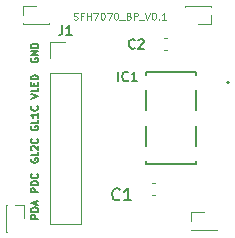
<source format=gbr>
G04 #@! TF.GenerationSoftware,KiCad,Pcbnew,8.0.01-1-dev-1e03266dfe*
G04 #@! TF.CreationDate,2024-03-02T01:41:00-08:00*
G04 #@! TF.ProjectId,sfh7070_breakoutboard,73666837-3037-4305-9f62-7265616b6f75,rev?*
G04 #@! TF.SameCoordinates,Original*
G04 #@! TF.FileFunction,Legend,Top*
G04 #@! TF.FilePolarity,Positive*
%FSLAX46Y46*%
G04 Gerber Fmt 4.6, Leading zero omitted, Abs format (unit mm)*
G04 Created by KiCad (PCBNEW 8.0.01-1-dev-1e03266dfe) date 2024-03-02 01:41:00*
%MOMM*%
%LPD*%
G01*
G04 APERTURE LIST*
%ADD10C,0.150000*%
%ADD11C,0.100000*%
%ADD12C,0.120000*%
%ADD13C,0.152400*%
G04 APERTURE END LIST*
D10*
X23318771Y-26594173D02*
X23918771Y-26394173D01*
X23918771Y-26394173D02*
X23318771Y-26194173D01*
X23918771Y-25708458D02*
X23918771Y-25994172D01*
X23918771Y-25994172D02*
X23318771Y-25994172D01*
X23604485Y-25508458D02*
X23604485Y-25308458D01*
X23918771Y-25222744D02*
X23918771Y-25508458D01*
X23918771Y-25508458D02*
X23318771Y-25508458D01*
X23318771Y-25508458D02*
X23318771Y-25222744D01*
X23918771Y-24965601D02*
X23318771Y-24965601D01*
X23318771Y-24965601D02*
X23318771Y-24822744D01*
X23318771Y-24822744D02*
X23347342Y-24737030D01*
X23347342Y-24737030D02*
X23404485Y-24679887D01*
X23404485Y-24679887D02*
X23461628Y-24651316D01*
X23461628Y-24651316D02*
X23575914Y-24622744D01*
X23575914Y-24622744D02*
X23661628Y-24622744D01*
X23661628Y-24622744D02*
X23775914Y-24651316D01*
X23775914Y-24651316D02*
X23833057Y-24679887D01*
X23833057Y-24679887D02*
X23890200Y-24737030D01*
X23890200Y-24737030D02*
X23918771Y-24822744D01*
X23918771Y-24822744D02*
X23918771Y-24965601D01*
X23918771Y-36758458D02*
X23318771Y-36758458D01*
X23318771Y-36758458D02*
X23318771Y-36529887D01*
X23318771Y-36529887D02*
X23347342Y-36472744D01*
X23347342Y-36472744D02*
X23375914Y-36444173D01*
X23375914Y-36444173D02*
X23433057Y-36415601D01*
X23433057Y-36415601D02*
X23518771Y-36415601D01*
X23518771Y-36415601D02*
X23575914Y-36444173D01*
X23575914Y-36444173D02*
X23604485Y-36472744D01*
X23604485Y-36472744D02*
X23633057Y-36529887D01*
X23633057Y-36529887D02*
X23633057Y-36758458D01*
X23918771Y-36158458D02*
X23318771Y-36158458D01*
X23318771Y-36158458D02*
X23318771Y-36015601D01*
X23318771Y-36015601D02*
X23347342Y-35929887D01*
X23347342Y-35929887D02*
X23404485Y-35872744D01*
X23404485Y-35872744D02*
X23461628Y-35844173D01*
X23461628Y-35844173D02*
X23575914Y-35815601D01*
X23575914Y-35815601D02*
X23661628Y-35815601D01*
X23661628Y-35815601D02*
X23775914Y-35844173D01*
X23775914Y-35844173D02*
X23833057Y-35872744D01*
X23833057Y-35872744D02*
X23890200Y-35929887D01*
X23890200Y-35929887D02*
X23918771Y-36015601D01*
X23918771Y-36015601D02*
X23918771Y-36158458D01*
X23747342Y-35587030D02*
X23747342Y-35301316D01*
X23918771Y-35644173D02*
X23318771Y-35444173D01*
X23318771Y-35444173D02*
X23918771Y-35244173D01*
X23347342Y-31694173D02*
X23318771Y-31751316D01*
X23318771Y-31751316D02*
X23318771Y-31837030D01*
X23318771Y-31837030D02*
X23347342Y-31922744D01*
X23347342Y-31922744D02*
X23404485Y-31979887D01*
X23404485Y-31979887D02*
X23461628Y-32008458D01*
X23461628Y-32008458D02*
X23575914Y-32037030D01*
X23575914Y-32037030D02*
X23661628Y-32037030D01*
X23661628Y-32037030D02*
X23775914Y-32008458D01*
X23775914Y-32008458D02*
X23833057Y-31979887D01*
X23833057Y-31979887D02*
X23890200Y-31922744D01*
X23890200Y-31922744D02*
X23918771Y-31837030D01*
X23918771Y-31837030D02*
X23918771Y-31779887D01*
X23918771Y-31779887D02*
X23890200Y-31694173D01*
X23890200Y-31694173D02*
X23861628Y-31665601D01*
X23861628Y-31665601D02*
X23661628Y-31665601D01*
X23661628Y-31665601D02*
X23661628Y-31779887D01*
X23918771Y-31122744D02*
X23918771Y-31408458D01*
X23918771Y-31408458D02*
X23318771Y-31408458D01*
X23375914Y-30951316D02*
X23347342Y-30922744D01*
X23347342Y-30922744D02*
X23318771Y-30865602D01*
X23318771Y-30865602D02*
X23318771Y-30722744D01*
X23318771Y-30722744D02*
X23347342Y-30665602D01*
X23347342Y-30665602D02*
X23375914Y-30637030D01*
X23375914Y-30637030D02*
X23433057Y-30608459D01*
X23433057Y-30608459D02*
X23490200Y-30608459D01*
X23490200Y-30608459D02*
X23575914Y-30637030D01*
X23575914Y-30637030D02*
X23918771Y-30979887D01*
X23918771Y-30979887D02*
X23918771Y-30608459D01*
X23861628Y-30008458D02*
X23890200Y-30037030D01*
X23890200Y-30037030D02*
X23918771Y-30122744D01*
X23918771Y-30122744D02*
X23918771Y-30179887D01*
X23918771Y-30179887D02*
X23890200Y-30265601D01*
X23890200Y-30265601D02*
X23833057Y-30322744D01*
X23833057Y-30322744D02*
X23775914Y-30351315D01*
X23775914Y-30351315D02*
X23661628Y-30379887D01*
X23661628Y-30379887D02*
X23575914Y-30379887D01*
X23575914Y-30379887D02*
X23461628Y-30351315D01*
X23461628Y-30351315D02*
X23404485Y-30322744D01*
X23404485Y-30322744D02*
X23347342Y-30265601D01*
X23347342Y-30265601D02*
X23318771Y-30179887D01*
X23318771Y-30179887D02*
X23318771Y-30122744D01*
X23318771Y-30122744D02*
X23347342Y-30037030D01*
X23347342Y-30037030D02*
X23375914Y-30008458D01*
X23347342Y-28944173D02*
X23318771Y-29001316D01*
X23318771Y-29001316D02*
X23318771Y-29087030D01*
X23318771Y-29087030D02*
X23347342Y-29172744D01*
X23347342Y-29172744D02*
X23404485Y-29229887D01*
X23404485Y-29229887D02*
X23461628Y-29258458D01*
X23461628Y-29258458D02*
X23575914Y-29287030D01*
X23575914Y-29287030D02*
X23661628Y-29287030D01*
X23661628Y-29287030D02*
X23775914Y-29258458D01*
X23775914Y-29258458D02*
X23833057Y-29229887D01*
X23833057Y-29229887D02*
X23890200Y-29172744D01*
X23890200Y-29172744D02*
X23918771Y-29087030D01*
X23918771Y-29087030D02*
X23918771Y-29029887D01*
X23918771Y-29029887D02*
X23890200Y-28944173D01*
X23890200Y-28944173D02*
X23861628Y-28915601D01*
X23861628Y-28915601D02*
X23661628Y-28915601D01*
X23661628Y-28915601D02*
X23661628Y-29029887D01*
X23918771Y-28372744D02*
X23918771Y-28658458D01*
X23918771Y-28658458D02*
X23318771Y-28658458D01*
X23918771Y-27858459D02*
X23918771Y-28201316D01*
X23918771Y-28029887D02*
X23318771Y-28029887D01*
X23318771Y-28029887D02*
X23404485Y-28087030D01*
X23404485Y-28087030D02*
X23461628Y-28144173D01*
X23461628Y-28144173D02*
X23490200Y-28201316D01*
X23861628Y-27258458D02*
X23890200Y-27287030D01*
X23890200Y-27287030D02*
X23918771Y-27372744D01*
X23918771Y-27372744D02*
X23918771Y-27429887D01*
X23918771Y-27429887D02*
X23890200Y-27515601D01*
X23890200Y-27515601D02*
X23833057Y-27572744D01*
X23833057Y-27572744D02*
X23775914Y-27601315D01*
X23775914Y-27601315D02*
X23661628Y-27629887D01*
X23661628Y-27629887D02*
X23575914Y-27629887D01*
X23575914Y-27629887D02*
X23461628Y-27601315D01*
X23461628Y-27601315D02*
X23404485Y-27572744D01*
X23404485Y-27572744D02*
X23347342Y-27515601D01*
X23347342Y-27515601D02*
X23318771Y-27429887D01*
X23318771Y-27429887D02*
X23318771Y-27372744D01*
X23318771Y-27372744D02*
X23347342Y-27287030D01*
X23347342Y-27287030D02*
X23375914Y-27258458D01*
X23918771Y-34508458D02*
X23318771Y-34508458D01*
X23318771Y-34508458D02*
X23318771Y-34279887D01*
X23318771Y-34279887D02*
X23347342Y-34222744D01*
X23347342Y-34222744D02*
X23375914Y-34194173D01*
X23375914Y-34194173D02*
X23433057Y-34165601D01*
X23433057Y-34165601D02*
X23518771Y-34165601D01*
X23518771Y-34165601D02*
X23575914Y-34194173D01*
X23575914Y-34194173D02*
X23604485Y-34222744D01*
X23604485Y-34222744D02*
X23633057Y-34279887D01*
X23633057Y-34279887D02*
X23633057Y-34508458D01*
X23918771Y-33908458D02*
X23318771Y-33908458D01*
X23318771Y-33908458D02*
X23318771Y-33765601D01*
X23318771Y-33765601D02*
X23347342Y-33679887D01*
X23347342Y-33679887D02*
X23404485Y-33622744D01*
X23404485Y-33622744D02*
X23461628Y-33594173D01*
X23461628Y-33594173D02*
X23575914Y-33565601D01*
X23575914Y-33565601D02*
X23661628Y-33565601D01*
X23661628Y-33565601D02*
X23775914Y-33594173D01*
X23775914Y-33594173D02*
X23833057Y-33622744D01*
X23833057Y-33622744D02*
X23890200Y-33679887D01*
X23890200Y-33679887D02*
X23918771Y-33765601D01*
X23918771Y-33765601D02*
X23918771Y-33908458D01*
X23861628Y-32965601D02*
X23890200Y-32994173D01*
X23890200Y-32994173D02*
X23918771Y-33079887D01*
X23918771Y-33079887D02*
X23918771Y-33137030D01*
X23918771Y-33137030D02*
X23890200Y-33222744D01*
X23890200Y-33222744D02*
X23833057Y-33279887D01*
X23833057Y-33279887D02*
X23775914Y-33308458D01*
X23775914Y-33308458D02*
X23661628Y-33337030D01*
X23661628Y-33337030D02*
X23575914Y-33337030D01*
X23575914Y-33337030D02*
X23461628Y-33308458D01*
X23461628Y-33308458D02*
X23404485Y-33279887D01*
X23404485Y-33279887D02*
X23347342Y-33222744D01*
X23347342Y-33222744D02*
X23318771Y-33137030D01*
X23318771Y-33137030D02*
X23318771Y-33079887D01*
X23318771Y-33079887D02*
X23347342Y-32994173D01*
X23347342Y-32994173D02*
X23375914Y-32965601D01*
X23347342Y-23194173D02*
X23318771Y-23251316D01*
X23318771Y-23251316D02*
X23318771Y-23337030D01*
X23318771Y-23337030D02*
X23347342Y-23422744D01*
X23347342Y-23422744D02*
X23404485Y-23479887D01*
X23404485Y-23479887D02*
X23461628Y-23508458D01*
X23461628Y-23508458D02*
X23575914Y-23537030D01*
X23575914Y-23537030D02*
X23661628Y-23537030D01*
X23661628Y-23537030D02*
X23775914Y-23508458D01*
X23775914Y-23508458D02*
X23833057Y-23479887D01*
X23833057Y-23479887D02*
X23890200Y-23422744D01*
X23890200Y-23422744D02*
X23918771Y-23337030D01*
X23918771Y-23337030D02*
X23918771Y-23279887D01*
X23918771Y-23279887D02*
X23890200Y-23194173D01*
X23890200Y-23194173D02*
X23861628Y-23165601D01*
X23861628Y-23165601D02*
X23661628Y-23165601D01*
X23661628Y-23165601D02*
X23661628Y-23279887D01*
X23918771Y-22908458D02*
X23318771Y-22908458D01*
X23318771Y-22908458D02*
X23918771Y-22565601D01*
X23918771Y-22565601D02*
X23318771Y-22565601D01*
X23918771Y-22279887D02*
X23318771Y-22279887D01*
X23318771Y-22279887D02*
X23318771Y-22137030D01*
X23318771Y-22137030D02*
X23347342Y-22051316D01*
X23347342Y-22051316D02*
X23404485Y-21994173D01*
X23404485Y-21994173D02*
X23461628Y-21965602D01*
X23461628Y-21965602D02*
X23575914Y-21937030D01*
X23575914Y-21937030D02*
X23661628Y-21937030D01*
X23661628Y-21937030D02*
X23775914Y-21965602D01*
X23775914Y-21965602D02*
X23833057Y-21994173D01*
X23833057Y-21994173D02*
X23890200Y-22051316D01*
X23890200Y-22051316D02*
X23918771Y-22137030D01*
X23918771Y-22137030D02*
X23918771Y-22279887D01*
D11*
X26930074Y-19892800D02*
X27015789Y-19921371D01*
X27015789Y-19921371D02*
X27158646Y-19921371D01*
X27158646Y-19921371D02*
X27215789Y-19892800D01*
X27215789Y-19892800D02*
X27244360Y-19864228D01*
X27244360Y-19864228D02*
X27272931Y-19807085D01*
X27272931Y-19807085D02*
X27272931Y-19749942D01*
X27272931Y-19749942D02*
X27244360Y-19692800D01*
X27244360Y-19692800D02*
X27215789Y-19664228D01*
X27215789Y-19664228D02*
X27158646Y-19635657D01*
X27158646Y-19635657D02*
X27044360Y-19607085D01*
X27044360Y-19607085D02*
X26987217Y-19578514D01*
X26987217Y-19578514D02*
X26958646Y-19549942D01*
X26958646Y-19549942D02*
X26930074Y-19492800D01*
X26930074Y-19492800D02*
X26930074Y-19435657D01*
X26930074Y-19435657D02*
X26958646Y-19378514D01*
X26958646Y-19378514D02*
X26987217Y-19349942D01*
X26987217Y-19349942D02*
X27044360Y-19321371D01*
X27044360Y-19321371D02*
X27187217Y-19321371D01*
X27187217Y-19321371D02*
X27272931Y-19349942D01*
X27730075Y-19607085D02*
X27530075Y-19607085D01*
X27530075Y-19921371D02*
X27530075Y-19321371D01*
X27530075Y-19321371D02*
X27815789Y-19321371D01*
X28044361Y-19921371D02*
X28044361Y-19321371D01*
X28044361Y-19607085D02*
X28387218Y-19607085D01*
X28387218Y-19921371D02*
X28387218Y-19321371D01*
X28615789Y-19321371D02*
X29015789Y-19321371D01*
X29015789Y-19321371D02*
X28758646Y-19921371D01*
X29358646Y-19321371D02*
X29415789Y-19321371D01*
X29415789Y-19321371D02*
X29472932Y-19349942D01*
X29472932Y-19349942D02*
X29501504Y-19378514D01*
X29501504Y-19378514D02*
X29530075Y-19435657D01*
X29530075Y-19435657D02*
X29558646Y-19549942D01*
X29558646Y-19549942D02*
X29558646Y-19692800D01*
X29558646Y-19692800D02*
X29530075Y-19807085D01*
X29530075Y-19807085D02*
X29501504Y-19864228D01*
X29501504Y-19864228D02*
X29472932Y-19892800D01*
X29472932Y-19892800D02*
X29415789Y-19921371D01*
X29415789Y-19921371D02*
X29358646Y-19921371D01*
X29358646Y-19921371D02*
X29301504Y-19892800D01*
X29301504Y-19892800D02*
X29272932Y-19864228D01*
X29272932Y-19864228D02*
X29244361Y-19807085D01*
X29244361Y-19807085D02*
X29215789Y-19692800D01*
X29215789Y-19692800D02*
X29215789Y-19549942D01*
X29215789Y-19549942D02*
X29244361Y-19435657D01*
X29244361Y-19435657D02*
X29272932Y-19378514D01*
X29272932Y-19378514D02*
X29301504Y-19349942D01*
X29301504Y-19349942D02*
X29358646Y-19321371D01*
X29758647Y-19321371D02*
X30158647Y-19321371D01*
X30158647Y-19321371D02*
X29901504Y-19921371D01*
X30501504Y-19321371D02*
X30558647Y-19321371D01*
X30558647Y-19321371D02*
X30615790Y-19349942D01*
X30615790Y-19349942D02*
X30644362Y-19378514D01*
X30644362Y-19378514D02*
X30672933Y-19435657D01*
X30672933Y-19435657D02*
X30701504Y-19549942D01*
X30701504Y-19549942D02*
X30701504Y-19692800D01*
X30701504Y-19692800D02*
X30672933Y-19807085D01*
X30672933Y-19807085D02*
X30644362Y-19864228D01*
X30644362Y-19864228D02*
X30615790Y-19892800D01*
X30615790Y-19892800D02*
X30558647Y-19921371D01*
X30558647Y-19921371D02*
X30501504Y-19921371D01*
X30501504Y-19921371D02*
X30444362Y-19892800D01*
X30444362Y-19892800D02*
X30415790Y-19864228D01*
X30415790Y-19864228D02*
X30387219Y-19807085D01*
X30387219Y-19807085D02*
X30358647Y-19692800D01*
X30358647Y-19692800D02*
X30358647Y-19549942D01*
X30358647Y-19549942D02*
X30387219Y-19435657D01*
X30387219Y-19435657D02*
X30415790Y-19378514D01*
X30415790Y-19378514D02*
X30444362Y-19349942D01*
X30444362Y-19349942D02*
X30501504Y-19321371D01*
X30815791Y-19978514D02*
X31272933Y-19978514D01*
X31615791Y-19607085D02*
X31701505Y-19635657D01*
X31701505Y-19635657D02*
X31730076Y-19664228D01*
X31730076Y-19664228D02*
X31758648Y-19721371D01*
X31758648Y-19721371D02*
X31758648Y-19807085D01*
X31758648Y-19807085D02*
X31730076Y-19864228D01*
X31730076Y-19864228D02*
X31701505Y-19892800D01*
X31701505Y-19892800D02*
X31644362Y-19921371D01*
X31644362Y-19921371D02*
X31415791Y-19921371D01*
X31415791Y-19921371D02*
X31415791Y-19321371D01*
X31415791Y-19321371D02*
X31615791Y-19321371D01*
X31615791Y-19321371D02*
X31672934Y-19349942D01*
X31672934Y-19349942D02*
X31701505Y-19378514D01*
X31701505Y-19378514D02*
X31730076Y-19435657D01*
X31730076Y-19435657D02*
X31730076Y-19492800D01*
X31730076Y-19492800D02*
X31701505Y-19549942D01*
X31701505Y-19549942D02*
X31672934Y-19578514D01*
X31672934Y-19578514D02*
X31615791Y-19607085D01*
X31615791Y-19607085D02*
X31415791Y-19607085D01*
X32015791Y-19921371D02*
X32015791Y-19321371D01*
X32015791Y-19321371D02*
X32244362Y-19321371D01*
X32244362Y-19321371D02*
X32301505Y-19349942D01*
X32301505Y-19349942D02*
X32330076Y-19378514D01*
X32330076Y-19378514D02*
X32358648Y-19435657D01*
X32358648Y-19435657D02*
X32358648Y-19521371D01*
X32358648Y-19521371D02*
X32330076Y-19578514D01*
X32330076Y-19578514D02*
X32301505Y-19607085D01*
X32301505Y-19607085D02*
X32244362Y-19635657D01*
X32244362Y-19635657D02*
X32015791Y-19635657D01*
X32472934Y-19978514D02*
X32930076Y-19978514D01*
X32987219Y-19321371D02*
X33187219Y-19921371D01*
X33187219Y-19921371D02*
X33387219Y-19321371D01*
X33701505Y-19321371D02*
X33758648Y-19321371D01*
X33758648Y-19321371D02*
X33815791Y-19349942D01*
X33815791Y-19349942D02*
X33844363Y-19378514D01*
X33844363Y-19378514D02*
X33872934Y-19435657D01*
X33872934Y-19435657D02*
X33901505Y-19549942D01*
X33901505Y-19549942D02*
X33901505Y-19692800D01*
X33901505Y-19692800D02*
X33872934Y-19807085D01*
X33872934Y-19807085D02*
X33844363Y-19864228D01*
X33844363Y-19864228D02*
X33815791Y-19892800D01*
X33815791Y-19892800D02*
X33758648Y-19921371D01*
X33758648Y-19921371D02*
X33701505Y-19921371D01*
X33701505Y-19921371D02*
X33644363Y-19892800D01*
X33644363Y-19892800D02*
X33615791Y-19864228D01*
X33615791Y-19864228D02*
X33587220Y-19807085D01*
X33587220Y-19807085D02*
X33558648Y-19692800D01*
X33558648Y-19692800D02*
X33558648Y-19549942D01*
X33558648Y-19549942D02*
X33587220Y-19435657D01*
X33587220Y-19435657D02*
X33615791Y-19378514D01*
X33615791Y-19378514D02*
X33644363Y-19349942D01*
X33644363Y-19349942D02*
X33701505Y-19321371D01*
X34158649Y-19864228D02*
X34187220Y-19892800D01*
X34187220Y-19892800D02*
X34158649Y-19921371D01*
X34158649Y-19921371D02*
X34130077Y-19892800D01*
X34130077Y-19892800D02*
X34158649Y-19864228D01*
X34158649Y-19864228D02*
X34158649Y-19921371D01*
X34758648Y-19921371D02*
X34415791Y-19921371D01*
X34587220Y-19921371D02*
X34587220Y-19321371D01*
X34587220Y-19321371D02*
X34530077Y-19407085D01*
X34530077Y-19407085D02*
X34472934Y-19464228D01*
X34472934Y-19464228D02*
X34415791Y-19492800D01*
D10*
X25983333Y-20402295D02*
X25983333Y-20973723D01*
X25983333Y-20973723D02*
X25945238Y-21088009D01*
X25945238Y-21088009D02*
X25869047Y-21164200D01*
X25869047Y-21164200D02*
X25754762Y-21202295D01*
X25754762Y-21202295D02*
X25678571Y-21202295D01*
X26783333Y-21202295D02*
X26326190Y-21202295D01*
X26554762Y-21202295D02*
X26554762Y-20402295D01*
X26554762Y-20402295D02*
X26478571Y-20516580D01*
X26478571Y-20516580D02*
X26402381Y-20592771D01*
X26402381Y-20592771D02*
X26326190Y-20630866D01*
X32116667Y-22286104D02*
X32078571Y-22324200D01*
X32078571Y-22324200D02*
X31964286Y-22362295D01*
X31964286Y-22362295D02*
X31888095Y-22362295D01*
X31888095Y-22362295D02*
X31773809Y-22324200D01*
X31773809Y-22324200D02*
X31697619Y-22248009D01*
X31697619Y-22248009D02*
X31659524Y-22171819D01*
X31659524Y-22171819D02*
X31621428Y-22019438D01*
X31621428Y-22019438D02*
X31621428Y-21905152D01*
X31621428Y-21905152D02*
X31659524Y-21752771D01*
X31659524Y-21752771D02*
X31697619Y-21676580D01*
X31697619Y-21676580D02*
X31773809Y-21600390D01*
X31773809Y-21600390D02*
X31888095Y-21562295D01*
X31888095Y-21562295D02*
X31964286Y-21562295D01*
X31964286Y-21562295D02*
X32078571Y-21600390D01*
X32078571Y-21600390D02*
X32116667Y-21638485D01*
X32421428Y-21638485D02*
X32459524Y-21600390D01*
X32459524Y-21600390D02*
X32535714Y-21562295D01*
X32535714Y-21562295D02*
X32726190Y-21562295D01*
X32726190Y-21562295D02*
X32802381Y-21600390D01*
X32802381Y-21600390D02*
X32840476Y-21638485D01*
X32840476Y-21638485D02*
X32878571Y-21714676D01*
X32878571Y-21714676D02*
X32878571Y-21790866D01*
X32878571Y-21790866D02*
X32840476Y-21905152D01*
X32840476Y-21905152D02*
X32383333Y-22362295D01*
X32383333Y-22362295D02*
X32878571Y-22362295D01*
X30719048Y-25112295D02*
X30719048Y-24312295D01*
X31557143Y-25036104D02*
X31519047Y-25074200D01*
X31519047Y-25074200D02*
X31404762Y-25112295D01*
X31404762Y-25112295D02*
X31328571Y-25112295D01*
X31328571Y-25112295D02*
X31214285Y-25074200D01*
X31214285Y-25074200D02*
X31138095Y-24998009D01*
X31138095Y-24998009D02*
X31100000Y-24921819D01*
X31100000Y-24921819D02*
X31061904Y-24769438D01*
X31061904Y-24769438D02*
X31061904Y-24655152D01*
X31061904Y-24655152D02*
X31100000Y-24502771D01*
X31100000Y-24502771D02*
X31138095Y-24426580D01*
X31138095Y-24426580D02*
X31214285Y-24350390D01*
X31214285Y-24350390D02*
X31328571Y-24312295D01*
X31328571Y-24312295D02*
X31404762Y-24312295D01*
X31404762Y-24312295D02*
X31519047Y-24350390D01*
X31519047Y-24350390D02*
X31557143Y-24388485D01*
X32319047Y-25112295D02*
X31861904Y-25112295D01*
X32090476Y-25112295D02*
X32090476Y-24312295D01*
X32090476Y-24312295D02*
X32014285Y-24426580D01*
X32014285Y-24426580D02*
X31938095Y-24502771D01*
X31938095Y-24502771D02*
X31861904Y-24540866D01*
X30833333Y-35109580D02*
X30785714Y-35157200D01*
X30785714Y-35157200D02*
X30642857Y-35204819D01*
X30642857Y-35204819D02*
X30547619Y-35204819D01*
X30547619Y-35204819D02*
X30404762Y-35157200D01*
X30404762Y-35157200D02*
X30309524Y-35061961D01*
X30309524Y-35061961D02*
X30261905Y-34966723D01*
X30261905Y-34966723D02*
X30214286Y-34776247D01*
X30214286Y-34776247D02*
X30214286Y-34633390D01*
X30214286Y-34633390D02*
X30261905Y-34442914D01*
X30261905Y-34442914D02*
X30309524Y-34347676D01*
X30309524Y-34347676D02*
X30404762Y-34252438D01*
X30404762Y-34252438D02*
X30547619Y-34204819D01*
X30547619Y-34204819D02*
X30642857Y-34204819D01*
X30642857Y-34204819D02*
X30785714Y-34252438D01*
X30785714Y-34252438D02*
X30833333Y-34300057D01*
X31785714Y-35204819D02*
X31214286Y-35204819D01*
X31500000Y-35204819D02*
X31500000Y-34204819D01*
X31500000Y-34204819D02*
X31404762Y-34347676D01*
X31404762Y-34347676D02*
X31309524Y-34442914D01*
X31309524Y-34442914D02*
X31214286Y-34490533D01*
D12*
X24920000Y-21840000D02*
X26250000Y-21840000D01*
X24920000Y-23170000D02*
X24920000Y-21840000D01*
X24920000Y-24440000D02*
X24920000Y-37200000D01*
X24920000Y-24440000D02*
X27580000Y-24440000D01*
X24920000Y-37200000D02*
X27580000Y-37200000D01*
X27580000Y-24440000D02*
X27580000Y-37200000D01*
X36890000Y-36240000D02*
X38000000Y-36240000D01*
X36890000Y-37000000D02*
X36890000Y-36240000D01*
X36890000Y-37760000D02*
X36890000Y-37695000D01*
X36890000Y-37760000D02*
X37436529Y-37760000D01*
X36890000Y-37760000D02*
X39110000Y-37760000D01*
X38563471Y-37760000D02*
X39110000Y-37760000D01*
X39110000Y-37760000D02*
X39110000Y-37695000D01*
X36390000Y-18740000D02*
X36390000Y-18805000D01*
X36936529Y-18740000D02*
X36390000Y-18740000D01*
X38610000Y-18740000D02*
X36390000Y-18740000D01*
X38610000Y-18740000D02*
X38063471Y-18740000D01*
X38610000Y-18740000D02*
X38610000Y-18805000D01*
X38610000Y-19500000D02*
X38610000Y-20260000D01*
X38610000Y-20260000D02*
X37500000Y-20260000D01*
X34584420Y-21490000D02*
X34865580Y-21490000D01*
X34584420Y-22510000D02*
X34865580Y-22510000D01*
X21240000Y-35640000D02*
X21240000Y-36186529D01*
X21240000Y-35640000D02*
X21240000Y-37860000D01*
X21240000Y-35640000D02*
X21305000Y-35640000D01*
X21240000Y-37313471D02*
X21240000Y-37860000D01*
X21240000Y-37860000D02*
X21305000Y-37860000D01*
X22000000Y-35640000D02*
X22760000Y-35640000D01*
X22760000Y-35640000D02*
X22760000Y-36750000D01*
D13*
X33025151Y-24325700D02*
X33025151Y-24604354D01*
X33025151Y-25895648D02*
X33025151Y-27604353D01*
X33025151Y-28895647D02*
X33025151Y-30604352D01*
X33025151Y-31895646D02*
X33025151Y-32174300D01*
X33025151Y-32174300D02*
X37266951Y-32174300D01*
X37266951Y-24325700D02*
X33025151Y-24325700D01*
X37266951Y-24604354D02*
X37266951Y-24325700D01*
X37266951Y-27604353D02*
X37266951Y-25895648D01*
X37266951Y-30604352D02*
X37266951Y-28895647D01*
X37266951Y-32174300D02*
X37266951Y-31895646D01*
X40101850Y-25250001D02*
G75*
G02*
X39898650Y-25250001I-101600J0D01*
G01*
X39898650Y-25250001D02*
G75*
G02*
X40101850Y-25250001I101600J0D01*
G01*
D12*
X33584420Y-33740000D02*
X33865580Y-33740000D01*
X33584420Y-34760000D02*
X33865580Y-34760000D01*
X22640000Y-18740000D02*
X23750000Y-18740000D01*
X22640000Y-19500000D02*
X22640000Y-18740000D01*
X22640000Y-20260000D02*
X22640000Y-20195000D01*
X22640000Y-20260000D02*
X23186529Y-20260000D01*
X22640000Y-20260000D02*
X24860000Y-20260000D01*
X24313471Y-20260000D02*
X24860000Y-20260000D01*
X24860000Y-20260000D02*
X24860000Y-20195000D01*
M02*

</source>
